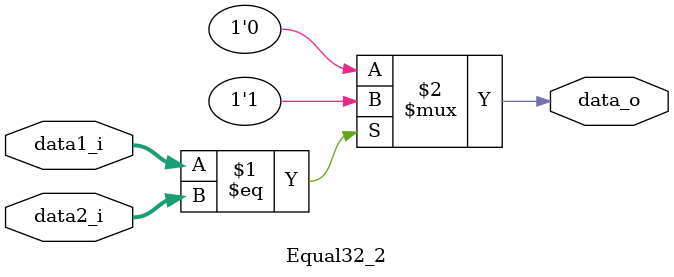
<source format=v>
module Equal32_2
(
    data1_i,
    data2_i,
    data_o,
);

    parameter width = 32;

    input   [width - 1: 0]     data1_i;
    input   [width - 1: 0]     data2_i;
    output                     data_o;

    assign data_o = (data1_i == data2_i) ? 1'b1 : 1'b0;

endmodule

</source>
